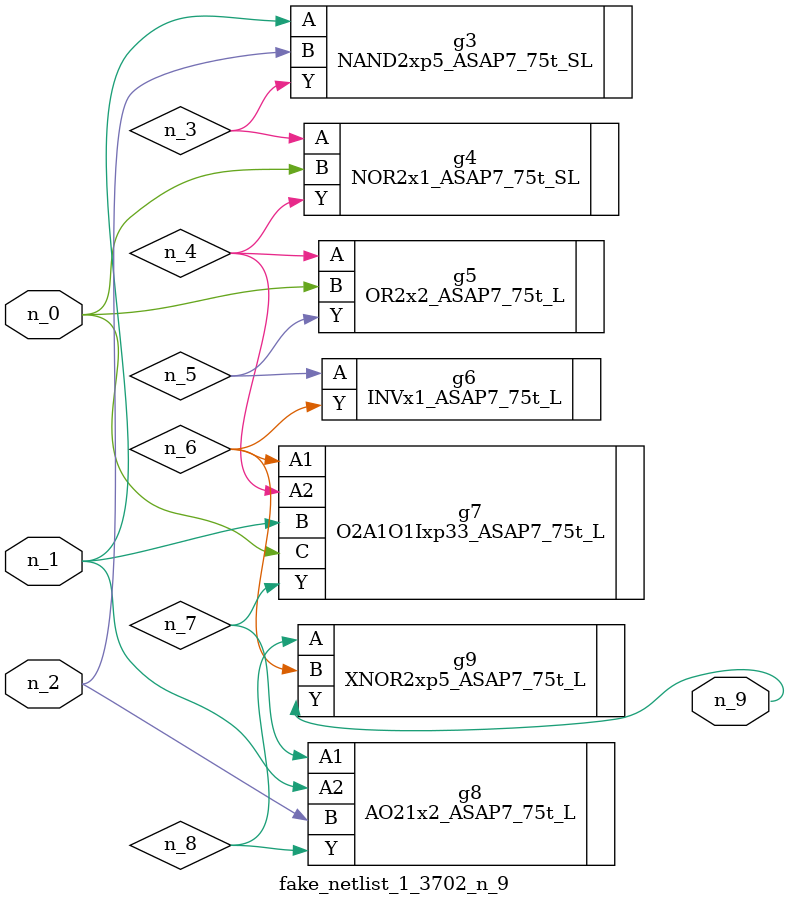
<source format=v>
module fake_netlist_1_3702_n_9 (n_1, n_2, n_0, n_9);
input n_1;
input n_2;
input n_0;
output n_9;
wire n_6;
wire n_4;
wire n_3;
wire n_5;
wire n_7;
wire n_8;
NAND2xp5_ASAP7_75t_SL g3 ( .A(n_1), .B(n_2), .Y(n_3) );
NOR2x1_ASAP7_75t_SL g4 ( .A(n_3), .B(n_0), .Y(n_4) );
OR2x2_ASAP7_75t_L g5 ( .A(n_4), .B(n_0), .Y(n_5) );
INVx1_ASAP7_75t_L g6 ( .A(n_5), .Y(n_6) );
O2A1O1Ixp33_ASAP7_75t_L g7 ( .A1(n_6), .A2(n_4), .B(n_1), .C(n_0), .Y(n_7) );
AO21x2_ASAP7_75t_L g8 ( .A1(n_7), .A2(n_1), .B(n_2), .Y(n_8) );
XNOR2xp5_ASAP7_75t_L g9 ( .A(n_8), .B(n_6), .Y(n_9) );
endmodule
</source>
